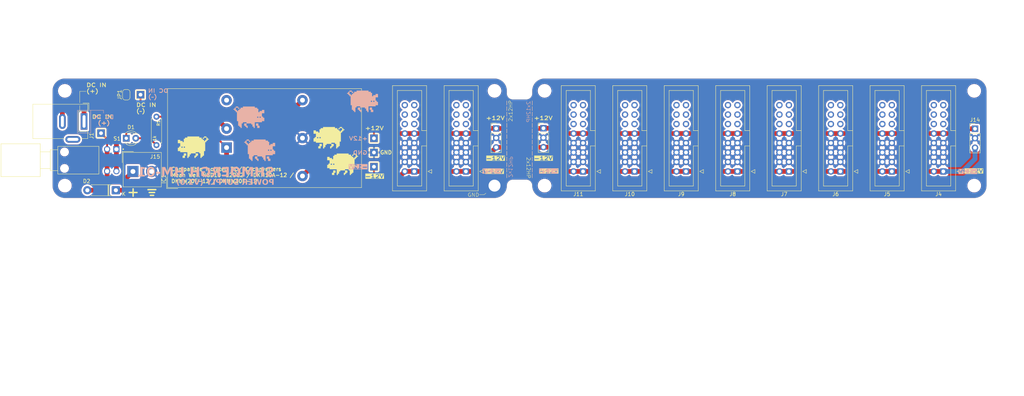
<source format=kicad_pcb>
(kicad_pcb (version 20241229) (generator "pcbnew") (generator_version "9.0")
  (layers (0 "F.Cu" signal) (2 "B.Cu" signal) (13 "F.Paste" user) (15 "B.Paste" user) (5 "F.SilkS" user "F.Silkscreen") (7 "B.SilkS" user "B.Silkscreen") (1 "F.Mask" user) (3 "B.Mask" user) (25 "Edge.Cuts" user))
  (net 0 "")
  (net 1 "DC_IN_-")
  (net 2 "Net-(D1-A)")
  (net 3 "GND")
  (net 4 "+12V")
  (net 5 "DC_IN_+")
  (net 7 "-12V")
  (net 9 "Net-(J1-Pad1)")
  (net 70 "Net-(D2-A)")
  (footprint "Converter_DCDC:Converter_DCDC_MeanWell_NSD10_THT" (layer "F.Cu") (at 73.58 98.5025 90)
    (property "Reference" "IC1" (at -8.46 -16.78 90) (layer "F.SilkS"))
    (property "Value" "ISOLATED_DC-DC_CONV")
    (pad "1" thru_hole rect (at 0 0 90) (size 2.8 2.8) (drill 1.3) (layers "*.Cu" "*.Mask") (net 5 "DC_IN_+"))
    (pad "2" thru_hole circle (at 5.08 0 90) (size 2.8 2.8) (drill 1.3) (layers "*.Cu" "*.Mask") (net 1 "DC_IN_-"))
    (pad "3" thru_hole circle (at -7.62 20.32 90) (size 2.8 2.8) (drill 1.3) (layers "*.Cu" "*.Mask") (net 4 "+12V"))
    (pad "4" thru_hole circle (at 2.54 20.32 90) (size 2.8 2.8) (drill 1.3) (layers "*.Cu" "*.Mask") (net 3 "GND"))
    (pad "5" thru_hole circle (at 12.7 20.32 90) (size 2.8 2.8) (drill 1.3) (layers "*.Cu" "*.Mask") (net 7 "-12V"))
    (pad "6" thru_hole circle (at 12.7 0 90) (size 2.8 2.8) (drill 1.3) (layers "*.Cu" "*.Mask"))
  )
  (footprint "MountingHole:MountingHole_3.2mm_M3_DIN965" (layer "F.Cu") (at 273.7 108.7)
    (property "Reference" "H6" (hide yes))
    (property "Value" "MountingHole")
    (pad "" np_thru_hole circle (at 0 0) (size 3.2 3.2) (drill 3.2) (layers "*.Cu" "*.Mask"))
  )
  (footprint "Connector_IDC:IDC-Header_2x08_P2.54mm_Vertical" (layer "F.Cu") (at 210.327143 104.89 180)
    (property "Reference" "J8" (at 1.27 -6.1 0) (layer "F.SilkS"))
    (property "Value" "Conn_02x08_Odd_Even")
    (pad "1" thru_hole roundrect (at 0 0 180) (size 1.7 1.7) (drill 1) (layers "*.Cu" "*.Mask") (roundrect_rratio 0.147059) (net 7 "-12V"))
    (pad "2" thru_hole circle (at 2.54 0 180) (size 1.7 1.7) (drill 1) (layers "*.Cu" "*.Mask") (net 7 "-12V"))
    (pad "3" thru_hole circle (at 0 2.54 180) (size 1.7 1.7) (drill 1) (layers "*.Cu" "*.Mask") (net 3 "GND"))
    (pad "4" thru_hole circle (at 2.54 2.54 180) (size 1.7 1.7) (drill 1) (layers "*.Cu" "*.Mask") (net 3 "GND"))
    (pad "5" thru_hole circle (at 0 5.08 180) (size 1.7 1.7) (drill 1) (layers "*.Cu" "*.Mask") (net 3 "GND"))
    (pad "6" thru_hole circle (at 2.54 5.08 180) (size 1.7 1.7) (drill 1) (layers "*.Cu" "*.Mask") (net 3 "GND"))
    (pad "7" thru_hole circle (at 0 7.62 180) (size 1.7 1.7) (drill 1) (layers "*.Cu" "*.Mask") (net 3 "GND"))
    (pad "8" thru_hole circle (at 2.54 7.62 180) (size 1.7 1.7) (drill 1) (layers "*.Cu" "*.Mask") (net 3 "GND"))
    (pad "9" thru_hole circle (at 0 10.16 180) (size 1.7 1.7) (drill 1) (layers "*.Cu" "*.Mask") (net 4 "+12V"))
    (pad "10" thru_hole circle (at 2.54 10.16 180) (size 1.7 1.7) (drill 1) (layers "*.Cu" "*.Mask") (net 4 "+12V"))
    (pad "11" thru_hole circle (at 0 12.7 180) (size 1.7 1.7) (drill 1) (layers "*.Cu" "*.Mask"))
    (pad "12" thru_hole circle (at 2.54 12.7 180) (size 1.7 1.7) (drill 1) (layers "*.Cu" "*.Mask"))
    (pad "13" thru_hole circle (at 0 15.24 180) (size 1.7 1.7) (drill 1) (layers "*.Cu" "*.Mask"))
    (pad "14" thru_hole circle (at 2.54 15.24 180) (size 1.7 1.7) (drill 1) (layers "*.Cu" "*.Mask"))
    (pad "15" thru_hole circle (at 0 17.78 180) (size 1.7 1.7) (drill 1) (layers "*.Cu" "*.Mask"))
    (pad "16" thru_hole circle (at 2.54 17.78 180) (size 1.7 1.7) (drill 1) (layers "*.Cu" "*.Mask"))
  )
  (footprint "Connector_PinHeader_2.54mm:PinHeader_1x03_P2.54mm_Vertical" (layer "F.Cu") (at 273.9136 93.46)
    (property "Reference" "J14" (at 0 -2.38 0) (layer "F.SilkS"))
    (property "Value" "Conn_01x03")
    (pad "1" thru_hole rect (at 0 0) (size 1.7 1.7) (drill 1) (layers "*.Cu" "*.Mask") (net 4 "+12V"))
    (pad "2" thru_hole circle (at 0 2.54) (size 1.7 1.7) (drill 1) (layers "*.Cu" "*.Mask") (net 3 "GND"))
    (pad "3" thru_hole circle (at 0 5.08) (size 1.7 1.7) (drill 1) (layers "*.Cu" "*.Mask") (net 7 "-12V"))
  )
  (footprint "Shmoergh_Custom_Footprints:R_Axial_DIN0207_L6.3mm_D2.5mm_P7.62mm_Horizontal" (layer "F.Cu") (at 54.8132 90.2208 -90)
    (property "Reference" "R1" (at 0.85 -0.55 90) (layer "F.SilkS") (effects (font (size 0.8 0.8)) (justify right)))
    (property "Value" "1k" (at 6.6 0.5 90) (layer "F.SilkS") (effects (font (size 0.8 0.8)) (justify left)))
    (pad "1" thru_hole circle (at 0 0 270) (size 1.6 1.6) (drill 0.8) (layers "*.Cu" "*.Mask") (net 5 "DC_IN_+"))
    (pad "2" thru_hole oval (at 7.62 0 270) (size 1.6 1.6) (drill 0.8) (layers "*.Cu" "*.Mask") (net 2 "Net-(D1-A)"))
  )
  (footprint "Shmoergh_Logo:Gyeszno" (layer "F.Cu") (at 64.6684 98.3996)
    (property "Reference" "G***" (hide yes))
    (property "Value" "LOGO" (hide yes))
  )
  (footprint "MountingHole:MountingHole_3.2mm_M3_DIN965" (layer "F.Cu") (at 273.7 83.3)
    (property "Reference" "H2" (hide yes))
    (property "Value" "MountingHole")
    (pad "" np_thru_hole circle (at 0 0) (size 3.2 3.2) (drill 3.2) (layers "*.Cu" "*.Mask"))
  )
  (footprint "MountingHole:MountingHole_3.2mm_M3_DIN965_Pad" (layer "F.Cu") (at 145.3 108.7)
    (property "Reference" "H9" (hide yes))
    (property "Value" "MountingHole_Pad")
    (pad "1" thru_hole circle (at 0 0) (size 5.6 5.6) (drill 3.2) (layers "*.Cu" "*.Mask") (net 3 "GND"))
  )
  (footprint "Connector_BarrelJack:BarrelJack_Wuerth_6941xx301002" (layer "F.Cu") (at 35.432 91.5 -90)
    (property "Reference" "J1" (at 3.8516 -2.0076 270) (layer "F.SilkS"))
    (property "Value" "Barrel_Jack_Switch")
    (pad "1" thru_hole rect (at 0 0 270) (size 4.4 1.8) (drill oval 3.4 0.8) (layers "*.Cu" "*.Mask") (net 9 "Net-(J1-Pad1)"))
    (pad "2" thru_hole oval (at 0 5.8 270) (size 4 1.8) (drill oval 3 0.8) (layers "*.Cu" "*.Mask") (net 1 "DC_IN_-"))
    (pad "3" thru_hole oval (at 4.8 3) (size 4 1.8) (drill oval 3 0.8) (layers "*.Cu" "*.Mask"))
  )
  (footprint "Connector_IDC:IDC-Header_2x08_P2.54mm_Vertical" (layer "F.Cu") (at 224.102857 104.89 180)
    (property "Reference" "J7" (at 1.27 -6.1 0) (layer "F.SilkS"))
    (property "Value" "Conn_02x08_Odd_Even")
    (pad "1" thru_hole roundrect (at 0 0 180) (size 1.7 1.7) (drill 1) (layers "*.Cu" "*.Mask") (roundrect_rratio 0.147059) (net 7 "-12V"))
    (pad "2" thru_hole circle (at 2.54 0 180) (size 1.7 1.7) (drill 1) (layers "*.Cu" "*.Mask") (net 7 "-12V"))
    (pad "3" thru_hole circle (at 0 2.54 180) (size 1.7 1.7) (drill 1) (layers "*.Cu" "*.Mask") (net 3 "GND"))
    (pad "4" thru_hole circle (at 2.54 2.54 180) (size 1.7 1.7) (drill 1) (layers "*.Cu" "*.Mask") (net 3 "GND"))
    (pad "5" thru_hole circle (at 0 5.08 180) (size 1.7 1.7) (drill 1) (layers "*.Cu" "*.Mask") (net 3 "GND"))
    (pad "6" thru_hole circle (at 2.54 5.08 180) (size 1.7 1.7) (drill 1) (layers "*.Cu" "*.Mask") (net 3 "GND"))
    (pad "7" thru_hole circle (at 0 7.62 180) (size 1.7 1.7) (drill 1) (layers "*.Cu" "*.Mask") (net 3 "GND"))
    (pad "8" thru_hole circle (at 2.54 7.62 180) (size 1.7 1.7) (drill 1) (layers "*.Cu" "*.Mask") (net 3 "GND"))
    (pad "9" thru_hole circle (at 0 10.16 180) (size 1.7 1.7) (drill 1) (layers "*.Cu" "*.Mask") (net 4 "+12V"))
    (pad "10" thru_hole circle (at 2.54 10.16 180) (size 1.7 1.7) (drill 1) (layers "*.Cu" "*.Mask") (net 4 "+12V"))
    (pad "11" thru_hole circle (at 0 12.7 180) (size 1.7 1.7) (drill 1) (layers "*.Cu" "*.Mask"))
    (pad "12" thru_hole circle (at 2.54 12.7 180) (size 1.7 1.7) (drill 1) (layers "*.Cu" "*.Mask"))
    (pad "13" thru_hole circle (at 0 15.24 180) (size 1.7 1.7) (drill 1) (layers "*.Cu" "*.Mask"))
    (pad "14" thru_hole circle (at 2.54 15.24 180) (size 1.7 1.7) (drill 1) (layers "*.Cu" "*.Mask"))
    (pad "15" thru_hole circle (at 0 17.78 180) (size 1.7 1.7) (drill 1) (layers "*.Cu" "*.Mask"))
    (pad "16" thru_hole circle (at 2.54 17.78 180) (size 1.7 1.7) (drill 1) (layers "*.Cu" "*.Mask"))
  )
  (footprint "LED_THT:LED_D3.0mm" (layer "F.Cu") (at 46.73 96)
    (property "Reference" "D1" (at 1.27 -2.96 0) (layer "F.SilkS"))
    (property "Value" "LED")
    (pad "1" thru_hole rect (at 0 0) (size 1.8 1.8) (drill 0.9) (layers "*.Cu" "*.Mask") (net 1 "DC_IN_-"))
    (pad "2" thru_hole circle (at 2.54 0) (size 1.8 1.8) (drill 0.9) (layers "*.Cu" "*.Mask") (net 2 "Net-(D1-A)"))
  )
  (footprint "Diode_THT:D_DO-41_SOD81_P7.62mm_Horizontal" (layer "F.Cu") (at 43.942 109.9312 180)
    (property "Reference" "D2" (at 7.8232 2.4384 0) (layer "F.SilkS"))
    (property "Value" "1N4001")
    (fp_text user "K" (at -2.1336 -1.016 0) (layer "F.SilkS"))
    (pad "1" thru_hole roundrect (at 0 0 180) (size 2.2 2.2) (drill 1.1) (layers "*.Cu" "*.Mask") (roundrect_rratio 0.113636) (net 5 "DC_IN_+"))
    (pad "2" thru_hole circle (at 7.62 0 180) (size 2.2 2.2) (drill 1.1) (layers "*.Cu" "*.Mask") (net 70 "Net-(D2-A)"))
  )
  (footprint "Shmoergh_Logo:Gyeszno" (layer "F.Cu") (at 100.9904 95.8596)
    (property "Reference" "G***" (hide yes))
    (property "Value" "LOGO" (hide yes))
  )
  (footprint "Connector_IDC:IDC-Header_2x08_P2.54mm_Vertical" (layer "F.Cu") (at 196.551429 104.89 180)
    (property "Reference" "J9" (at 1.27 -6.1 0) (layer "F.SilkS"))
    (property "Value" "Conn_02x08_Odd_Even")
    (pad "1" thru_hole roundrect (at 0 0 180) (size 1.7 1.7) (drill 1) (layers "*.Cu" "*.Mask") (roundrect_rratio 0.147059) (net 7 "-12V"))
    (pad "2" thru_hole circle (at 2.54 0 180) (size 1.7 1.7) (drill 1) (layers "*.Cu" "*.Mask") (net 7 "-12V"))
    (pad "3" thru_hole circle (at 0 2.54 180) (size 1.7 1.7) (drill 1) (layers "*.Cu" "*.Mask") (net 3 "GND"))
    (pad "4" thru_hole circle (at 2.54 2.54 180) (size 1.7 1.7) (drill 1) (layers "*.Cu" "*.Mask") (net 3 "GND"))
    (pad "5" thru_hole circle (at 0 5.08 180) (size 1.7 1.7) (drill 1) (layers "*.Cu" "*.Mask") (net 3 "GND"))
    (pad "6" thru_hole circle (at 2.54 5.08 180) (size 1.7 1.7) (drill 1) (layers "*.Cu" "*.Mask") (net 3 "GND"))
    (pad "7" thru_hole circle (at 0 7.62 180) (size 1.7 1.7) (drill 1) (layers "*.Cu" "*.Mask") (net 3 "GND"))
    (pad "8" thru_hole circle (at 2.54 7.62 180) (size 1.7 1.7) (drill 1) (layers "*.Cu" "*.Mask") (net 3 "GND"))
    (pad "9" thru_hole circle (at 0 10.16 180) (size 1.7 1.7) (drill 1) (layers "*.Cu" "*.Mask") (net 4 "+12V"))
    (pad "10" thru_hole circle (at 2.54 10.16 180) (size 1.7 1.7) (drill 1) (layers "*.Cu" "*.Mask") (net 4 "+12V"))
    (pad "11" thru_hole circle (at 0 12.7 180) (size 1.7 1.7) (drill 1) (layers "*.Cu" "*.Mask"))
    (pad "12" thru_hole circle (at 2.54 12.7 180) (size 1.7 1.7) (drill 1) (layers "*.Cu" "*.Mask"))
    (pad "13" thru_hole circle (at 0 15.24 180) (size 1.7 1.7) (drill 1) (layers "*.Cu" "*.Mask"))
    (pad "14" thru_hole circle (at 2.54 15.24 180) (size 1.7 1.7) (drill 1) (layers "*.Cu" "*.Mask"))
    (pad "15" thru_hole circle (at 0 17.78 180) (size 1.7 1.7) (drill 1) (layers "*.Cu" "*.Mask"))
    (pad "16" thru_hole circle (at 2.54 17.78 180) (size 1.7 1.7) (drill 1) (layers "*.Cu" "*.Mask"))
  )
  (footprint "TestPoint:TestPoint_THTPad_2.0x2.0mm_Drill1.0mm" (layer "F.Cu") (at 50.546 84.328)
    (property "Reference" "TP2" (hide yes))
    (property "Value" "TestPoint")
    (pad "1" thru_hole rect (at 0 0) (size 2 2) (drill 1) (layers "*.Cu" "*.Mask") (net 1 "DC_IN_-"))
  )
  (footprint "MountingHole:MountingHole_3.2mm_M3_DIN965" (layer "F.Cu") (at 145.3 83.3)
    (property "Reference" "H5" (hide yes))
    (property "Value" "MountingHole")
    (pad "" np_thru_hole circle (at 0 0) (size 3.2 3.2) (drill 3.2) (layers "*.Cu" "*.Mask"))
  )
  (footprint "TestPoint:TestPoint_THTPad_2.0x2.0mm_Drill1.0mm" (layer "F.Cu") (at 113.03 96.012)
    (property "Reference" "TP4" (hide yes))
    (property "Value" "TestPoint")
    (pad "1" thru_hole rect (at 0 0) (size 2 2) (drill 1) (layers "*.Cu" "*.Mask") (net 4 "+12V"))
  )
  (footprint "Connector_IDC:IDC-Header_2x08_P2.54mm_Vertical" (layer "F.Cu") (at 237.878571 104.89 180)
    (property "Reference" "J6" (at 1.27 -6.1 0) (layer "F.SilkS"))
    (property "Value" "Conn_02x08_Odd_Even")
    (pad "1" thru_hole roundrect (at 0 0 180) (size 1.7 1.7) (drill 1) (layers "*.Cu" "*.Mask") (roundrect_rratio 0.147059) (net 7 "-12V"))
    (pad "2" thru_hole circle (at 2.54 0 180) (size 1.7 1.7) (drill 1) (layers "*.Cu" "*.Mask") (net 7 "-12V"))
    (pad "3" thru_hole circle (at 0 2.54 180) (size 1.7 1.7) (drill 1) (layers "*.Cu" "*.Mask") (net 3 "GND"))
    (pad "4" thru_hole circle (at 2.54 2.54 180) (size 1.7 1.7) (drill 1) (layers "*.Cu" "*.Mask") (net 3 "GND"))
    (pad "5" thru_hole circle (at 0 5.08 180) (size 1.7 1.7) (drill 1) (layers "*.Cu" "*.Mask") (net 3 "GND"))
    (pad "6" thru_hole circle (at 2.54 5.08 180) (size 1.7 1.7) (drill 1) (layers "*.Cu" "*.Mask") (net 3 "GND"))
    (pad "7" thru_hole circle (at 0 7.62 180) (size 1.7 1.7) (drill 1) (layers "*.Cu" "*.Mask") (net 3 "GND"))
    (pad "8" thru_hole circle (at 2.54 7.62 180) (size 1.7 1.7) (drill 1) (layers "*.Cu" "*.Mask") (net 3 "GND"))
    (pad "9" thru_hole circle (at 0 10.16 180) (size 1.7 1.7) (drill 1) (layers "*.Cu" "*.Mask") (net 4 "+12V"))
    (pad "10" thru_hole circle (at 2.54 10.16 180) (size 1.7 1.7) (drill 1) (layers "*.Cu" "*.Mask") (net 4 "+12V"))
    (pad "11" thru_hole circle (at 0 12.7 180) (size 1.7 1.7) (drill 1) (layers "*.Cu" "*.Mask"))
    (pad "12" thru_hole circle (at 2.54 12.7 180) (size 1.7 1.7) (drill 1) (layers "*.Cu" "*.Mask"))
    (pad "13" thru_hole circle (at 0 15.24 180) (size 1.7 1.7) (drill 1) (layers "*.Cu" "*.Mask"))
    (pad "14" thru_hole circle (at 2.54 15.24 180) (size 1.7 1.7) (drill 1) (layers "*.Cu" "*.Mask"))
    (pad "15" thru_hole circle (at 0 17.78 180) (size 1.7 1.7) (drill 1) (layers "*.Cu" "*.Mask"))
    (pad "16" thru_hole circle (at 2.54 17.78 180) (size 1.7 1.7) (drill 1) (layers "*.Cu" "*.Mask"))
  )
  (footprint "Connector_IDC:IDC-Header_2x08_P2.54mm_Vertical" (layer "F.Cu") (at 169 104.89 180)
    (property "Reference" "J11" (at 1.27 -6.1 0) (layer "F.SilkS"))
    (property "Value" "Conn_02x08_Odd_Even")
    (pad "1" thru_hole roundrect (at 0 0 180) (size 1.7 1.7) (drill 1) (layers "*.Cu" "*.Mask") (roundrect_rratio 0.147059) (net 7 "-12V"))
    (pad "2" thru_hole circle (at 2.54 0 180) (size 1.7 1.7) (drill 1) (layers "*.Cu" "*.Mask") (net 7 "-12V"))
    (pad "3" thru_hole circle (at 0 2.54 180) (size 1.7 1.7) (drill 1) (layers "*.Cu" "*.Mask") (net 3 "GND"))
    (pad "4" thru_hole circle (at 2.54 2.54 180) (size 1.7 1.7) (drill 1) (layers "*.Cu" "*.Mask") (net 3 "GND"))
    (pad "5" thru_hole circle (at 0 5.08 180) (size 1.7 1.7) (drill 1) (layers "*.Cu" "*.Mask") (net 3 "GND"))
    (pad "6" thru_hole circle (at 2.54 5.08 180) (size 1.7 1.7) (drill 1) (layers "*.Cu" "*.Mask") (net 3 "GND"))
    (pad "7" thru_hole circle (at 0 7.62 180) (size 1.7 1.7) (drill 1) (layers "*.Cu" "*.Mask") (net 3 "GND"))
    (pad "8" thru_hole circle (at 2.54 7.62 180) (size 1.7 1.7) (drill 1) (layers "*.Cu" "*.Mask") (net 3 "GND"))
    (pad "9" thru_hole circle (at 0 10.16 180) (size 1.7 1.7) (drill 1) (layers "*.Cu" "*.Mask") (net 4 "+12V"))
    (pad "10" thru_hole circle (at 2.54 10.16 180) (size 1.7 1.7) (drill 1) (layers "*.Cu" "*.Mask") (net 4 "+12V"))
    (pad "11" thru_hole circle (at 0 12.7 180) (size 1.7 1.7) (drill 1) (layers "*.Cu" "*.Mask"))
    (pad "12" thru_hole circle (at 2.54 12.7 180) (size 1.7 1.7) (drill 1) (layers "*.Cu" "*.Mask"))
    (pad "13" thru_hole circle (at 0 15.24 180) (size 1.7 1.7) (drill 1) (layers "*.Cu" "*.Mask"))
    (pad "14" thru_hole circle (at 2.54 15.24 180) (size 1.7 1.7) (drill 1) (layers "*.Cu" "*.Mask"))
    (pad "15" thru_hole circle (at 0 17.78 180) (size 1.7 1.7) (drill 1) (layers "*.Cu" "*.Mask"))
    (pad "16" thru_hole circle (at 2.54 17.78 180) (size 1.7 1.7) (drill 1) (layers "*.Cu" "*.Mask"))
  )
  (footprint "Connector_IDC:IDC-Header_2x08_P2.54mm_Vertical" (layer "F.Cu") (at 182.775714 104.89 180)
    (property "Reference" "J10" (at 1.27 -6.1 0) (layer "F.SilkS"))
    (property "Value" "Conn_02x08_Odd_Even")
    (pad "1" thru_hole roundrect (at 0 0 180) (size 1.7 1.7) (drill 1) (layers "*.Cu" "*.Mask") (roundrect_rratio 0.147059) (net 7 "-12V"))
    (pad "2" thru_hole circle (at 2.54 0 180) (size 1.7 1.7) (drill 1) (layers "*.Cu" "*.Mask") (net 7 "-12V"))
    (pad "3" thru_hole circle (at 0 2.54 180) (size 1.7 1.7) (drill 1) (layers "*.Cu" "*.Mask") (net 3 "GND"))
    (pad "4" thru_hole circle (at 2.54 2.54 180) (size 1.7 1.7) (drill 1) (layers "*.Cu" "*.Mask") (net 3 "GND"))
    (pad "5" thru_hole circle (at 0 5.08 180) (size 1.7 1.7) (drill 1) (layers "*.Cu" "*.Mask") (net 3 "GND"))
    (pad "6" thru_hole circle (at 2.54 5.08 180) (size 1.7 1.7) (drill 1) (layers "*.Cu" "*.Mask") (net 3 "GND"))
    (pad "7" thru_hole circle (at 0 7.62 180) (size 1.7 1.7) (drill 1) (layers "*.Cu" "*.Mask") (net 3 "GND"))
    (pad "8" thru_hole circle (at 2.54 7.62 180) (size 1.7 1.7) (drill 1) (layers "*.Cu" "*.Mask") (net 3 "GND"))
    (pad "9" thru_hole circle (at 0 10.16 180) (size 1.7 1.7) (drill 1) (layers "*.Cu" "*.Mask") (net 4 "+12V"))
    (pad "10" thru_hole circle (at 2.54 10.16 180) (size 1.7 1.7) (drill 1) (layers "*.Cu" "*.Mask") (net 4 "+12V"))
    (pad "11" thru_hole circle (at 0 12.7 180) (size 1.7 1.7) (drill 1) (layers "*.Cu" "*.Mask"))
    (pad "12" thru_hole circle (at 2.54 12.7 180) (size 1.7 1.7) (drill 1) (layers "*.Cu" "*.Mask"))
    (pad "13" thru_hole circle (at 0 15.24 180) (size 1.7 1.7) (drill 1) (layers "*.Cu" "*.Mask"))
    (pad "14" thru_hole circle (at 2.54 15.24 180) (size 1.7 1.7) (drill 1) (layers "*.Cu" "*.Mask"))
    (pad "15" thru_hole circle (at 0 17.78 180) (size 1.7 1.7) (drill 1) (layers "*.Cu" "*.Mask"))
    (pad "16" thru_hole circle (at 2.54 17.78 180) (size 1.7 1.7) (drill 1) (layers "*.Cu" "*.Mask"))
  )
  (footprint "Connector_PinHeader_2.54mm:PinHeader_1x03_P2.54mm_Vertical" (layer "F.Cu") (at 145.7452 93.3704)
    (property "Reference" "J12" (hide yes))
    (property "Value" "Conn_01x03")
    (pad "1" thru_hole rect (at 0 0) (size 1.7 1.7) (drill 1) (layers "*.Cu" "*.Mask") (net 4 "+12V"))
    (pad "2" thru_hole circle (at 0 2.54) (size 1.7 1.7) (drill 1) (layers "*.Cu" "*.Mask") (net 3 "GND"))
    (pad "3" thru_hole circle (at 0 5.08) (size 1.7 1.7) (drill 1) (layers "*.Cu" "*.Mask") (net 7 "-12V"))
  )
  (footprint "MountingHole:MountingHole_3.2mm_M3_DIN965" (layer "F.Cu") (at 30.3 108.7)
    (property "Reference" "H4" (hide yes))
    (property "Value" "MountingHole")
    (pad "" np_thru_hole circle (at 0 0) (size 3.2 3.2) (drill 3.2) (layers "*.Cu" "*.Mask"))
  )
  (footprint "TerminalBlock_Altech:Altech_AK100_1x02_P5.00mm" (layer "F.Cu") (at 48.5149 104.9057)
    (property "Reference" "J15" (at 5.9427 -3.9661 0) (layer "F.SilkS"))
    (property "Value" "Screw_Terminal_01x02")
    (pad "1" thru_hole rect (at 0 0) (size 3 3) (drill 1.3) (layers "*.Cu" "*.Mask") (net 70 "Net-(D2-A)"))
    (pad "2" thru_hole circle (at 5 0) (size 3 3) (drill 1.3) (layers "*.Cu" "*.Mask") (net 3 "GND"))
  )
  (footprint "Connector_IDC:IDC-Header_2x08_P2.54mm_Vertical" (layer "F.Cu") (at 265.43 104.89 180)
    (property "Reference" "J4" (at 1.27 -6.1 0) (layer "F.SilkS"))
    (property "Value" "Conn_02x08_Odd_Even")
    (pad "1" thru_hole roundrect (at 0 0 180) (size 1.7 1.7) (drill 1) (layers "*.Cu" "*.Mask") (roundrect_rratio 0.147059) (net 7 "-12V"))
    (pad "2" thru_hole circle (at 2.54 0 180) (size 1.7 1.7) (drill 1) (layers "*.Cu" "*.Mask") (net 7 "-12V"))
    (pad "3" thru_hole circle (at 0 2.54 180) (size 1.7 1.7) (drill 1) (layers "*.Cu" "*.Mask") (net 3 "GND"))
    (pad "4" thru_hole circle (at 2.54 2.54 180) (size 1.7 1.7) (drill 1) (layers "*.Cu" "*.Mask") (net 3 "GND"))
    (pad "5" thru_hole circle (at 0 5.08 180) (size 1.7 1.7) (drill 1) (layers "*.Cu" "*.Mask") (net 3 "GND"))
    (pad "6" thru_hole circle (at 2.54 5.08 180) (size 1.7 1.7) (drill 1) (layers "*.Cu" "*.Mask") (net 3 "GND"))
    (pad "7" thru_hole circle (at 0 7.62 180) (size 1.7 1.7) (drill 1) (layers "*.Cu" "*.Mask") (net 3 "GND"))
    (pad "8" thru_hole circle (at 2.54 7.62 180) (size 1.7 1.7) (drill 1) (layers "*.Cu" "*.Mask") (net 3 "GND"))
    (pad "9" thru_hole circle (at 0 10.16 180) (size 1.7 1.7) (drill 1) (layers "*.Cu" "*.Mask") (net 4 "+12V"))
    (pad "10" thru_hole circle (at 2.54 10.16 180) (size 1.7 1.7) (drill 1) (layers "*.Cu" "*.Mask") (net 4 "+12V"))
    (pad "11" thru_hole circle (at 0 12.7 180) (size 1.7 1.7) (drill 1) (layers "*.Cu" "*.Mask"))
    (pad "12" thru_hole circle (at 2.54 12.7 180) (size 1.7 1.7) (drill 1) (layers "*.Cu" "*.Mask"))
    (pad "13" thru_hole circle (at 0 15.24 180) (size 1.7 1.7) (drill 1) (layers "*.Cu" "*.Mask"))
    (pad "14" thru_hole circle (at 2.54 15.24 180) (size 1.7 1.7) (drill 1) (layers "*.Cu" "*.Mask"))
    (pad "15" thru_hole circle (at 0 17.78 180) (size 1.7 1.7) (drill 1) (layers "*.Cu" "*.Mask"))
    (pad "16" thru_hole circle (at 2.54 17.78 180) (size 1.7 1.7) (drill 1) (layers "*.Cu" "*.Mask"))
  )
  (footprint "Connector_IDC:IDC-Header_2x08_P2.54mm_Vertical" (layer "F.Cu") (at 137.641 104.89 180)
    (property "Reference" "J2" (hide yes))
    (property "Value" "Conn_02x08_Odd_Even")
    (pad "1" thru_hole roundrect (at 0 0 180) (size 1.7 1.7) (drill 1) (layers "*.Cu" "*.Mask") (roundrect_rratio 0.147059) (net 7 "-12V"))
    (pad "2" thru_hole circle (at 2.54 0 180) (size 1.7 1.7) (drill 1) (layers "*.Cu" "*.Mask") (net 7 "-12V"))
    (pad "3" thru_hole circle (at 0 2.54 180) (size 1.7 1.7) (drill 1) (layers "*.Cu" "*.Mask") (net 3 "GND"))
    (pad "4" thru_hole circle (at 2.54 2.54 180) (size 1.7 1.7) (drill 1) (layers "*.Cu" "*.Mask") (net 3 "GND"))
    (pad "5" thru_hole circle (at 0 5.08 180) (size 1.7 1.7) (drill 1) (layers "*.Cu" "*.Mask") (net 3 "GND"))
    (pad "6" thru_hole circle (at 2.54 5.08 180) (size 1.7 1.7) (drill 1) (layers "*.Cu" "*.Mask") (net 3 "GND"))
    (pad "7" thru_hole circle (at 0 7.62 180) (size 1.7 1.7) (drill 1) (layers "*.Cu" "*.Mask") (net 3 "GND"))
    (pad "8" thru_hole circle (at 2.54 7.62 180) (size 1.7 1.7) (drill 1) (layers "*.Cu" "*.Mask") (net 3 "GND"))
    (pad "9" thru_hole circle (at 0 10.16 180) (size 1.7 1.7) (drill 1) (layers "*.Cu" "*.Mask") (net 4 "+12V"))
    (pad "10" thru_hole circle (at 2.54 10.16 180) (size 1.7 1.7) (drill 1) (layers "*.Cu" "*.Mask") (net 4 "+12V"))
    (pad "11" thru_hole circle (at 0 12.7 180) (size 1.7 1.7) (drill 1) (layers "*.Cu" "*.Mask"))
    (pad "12" thru_hole circle (at 2.54 12.7 180) (size 1.7 1.7) (drill 1) (layers "*.Cu" "*.Mask"))
    (pad "13" thru_hole circle (at 0 15.24 180) (size 1.7 1.7) (drill 1) (layers "*.Cu" "*.Mask"))
    (pad "14" thru_hole circle (at 2.54 15.24 180) (size 1.7 1.7) (drill 1) (layers "*.Cu" "*.Mask"))
    (pad "15" thru_hole circle (at 0 17.78 180) (size 1.7 1.7) (drill 1) (layers "*.Cu" "*.Mask"))
    (pad "16" thru_hole circle (at 2.54 17.78 180) (size 1.7 1.7) (drill 1) (layers "*.Cu" "*.Mask"))
  )
  (footprint "TestPoint:TestPoint_THTPad_2.0x2.0mm_Drill1.0mm" (layer "F.Cu") (at 113.03 103.632)
    (property "Reference" "TP5" (hide yes))
    (property "Value" "TestPoint")
    (pad "1" thru_hole rect (at 0 0) (size 2 2) (drill 1) (layers "*.Cu" "*.Mask") (net 7 "-12V"))
  )
  (footprint "Shmoergh_Custom_Footprints:SW_PB400EEQR1BLK" (layer "F.Cu") (at 42.85 101.883 180)
    (property "Reference" "S1" (at -1.3968 5.7694 180) (layer "F.SilkS"))
    (property "Value" "PB400EEQR1BLK")
    (pad "" np_thru_hole circle (at 12.65 -2.2 180) (size 1.9 1.9) (drill 1.9) (layers "*.Cu" "*.Mask"))
    (pad "" np_thru_hole circle (at 12.65 2.2 180) (size 1.9 1.9) (drill 1.9) (layers "*.Cu" "*.Mask"))
    (pad "1" thru_hole rect (at -1.25 2.95 180) (size 1.65 1.65) (drill 1.1) (layers "*.Cu" "*.Mask") (net 9 "Net-(J1-Pad1)"))
    (pad "2" thru_hole circle (at 1.25 2.95 180) (size 1.65 1.65) (drill 1.1) (layers "*.Cu" "*.Mask") (net 70 "Net-(D2-A)"))
    (pad "3" thru_hole circle (at -1.25 -2.95 180) (size 1.65 1.65) (drill 1.1) (layers "*.Cu" "*.Mask") (net 9 "Net-(J1-Pad1)"))
    (pad "4" thru_hole circle (at 1.25 -2.95 180) (size 1.65 1.65) (drill 1.1) (layers "*.Cu" "*.Mask") (net 70 "Net-(D2-A)"))
  )
  (footprint "MountingHole:MountingHole_3.2mm_M3_DIN965" (layer "F.Cu") (at 158.7 108.7)
    (property "Reference" "H3" (hide yes))
    (property "Value" "MountingHole")
    (pad "" np_thru_hole circle (at 0 0) (size 3.2 3.2) (drill 3.2) (layers "*.Cu" "*.Mask"))
  )
  (footprint "Connector_IDC:IDC-Header_2x08_P2.54mm_Vertical" (layer "F.Cu") (at 251.654286 104.89 180)
    (property "Reference" "J5" (at 1.27 -6.1 0) (layer "F.SilkS"))
    (property "Value" "Conn_02x08_Odd_Even")
    (pad "1" thru_hole roundrect (at 0 0 180) (size 1.7 1.7) (drill 1) (layers "*.Cu" "*.Mask") (roundrect_rratio 0.147059) (net 7 "-12V"))
    (pad "2" thru_hole circle (at 2.54 0 180) (size 1.7 1.7) (drill 1) (layers "*.Cu" "*.Mask") (net 7 "-12V"))
    (pad "3" thru_hole circle (at 0 2.54 180) (size 1.7 1.7) (drill 1) (layers "*.Cu" "*.Mask") (net 3 "GND"))
    (pad "4" thru_hole circle (at 2.54 2.54 180) (size 1.7 1.7) (drill 1) (layers "*.Cu" "*.Mask") (net 3 "GND"))
    (pad "5" thru_hole circle (at 0 5.08 180) (size 1.7 1.7) (drill 1) (layers "*.Cu" "*.Mask") (net 3 "GND"))
    (pad "6" thru_hole circle (at 2.54 5.08 180) (size 1.7 1.7) (drill 1) (layers "*.Cu" "*.Mask") (net 3 "GND"))
    (pad "7" thru_hole circle (at 0 7.62 180) (size 1.7 1.7) (drill 1) (layers "*.Cu" "*.Mask") (net 3 "GND"))
    (pad "8" thru_hole circle (at 2.54 7.62 180) (size 1.7 1.7) (drill 1) (layers "*.Cu" "*.Mask") (net 3 "GND"))
    (pad "9" thru_hole circle (at 0 10.16 180) (size 1.7 1.7) (drill 1) (layers "*.Cu" "*.Mask") (net 4 "+12V"))
    (pad "10" thru_hole circle (at 2.54 10.16 180) (size 1.7 1.7) (drill 1) (layers "*.Cu" "*.Mask") (net 4 "+12V"))
    (pad "11" thru_hole circle (at 0 12.7 180) (size 1.7 1.7) (drill 1) (layers "*.Cu" "*.Mask"))
    (pad "12" thru_hole circle (at 2.54 12.7 180) (size 1.7 1.7) (drill 1) (layers "*.Cu" "*.Mask"))
    (pad "13" thru_hole circle (at 0 15.24 180) (size 1.7 1.7) (drill 1) (layers "*.Cu" "*.Mask"))
    (pad "14" thru_hole circle (at 2.54 15.24 180) (size 1.7 1.7) (drill 1) (layers "*.Cu" "*.Mask"))
    (pad "15" thru_hole circle (at 0 17.78 180) (size 1.7 1.7) (drill 1) (layers "*.Cu" "*.Mask"))
    (pad "16" thru_hole circle (at 2.54 17.78 180) (size 1.7 1.7) (drill 1) (layers "*.Cu" "*.Mask"))
  )
  (footprint "Connector_PinHeader_2.54mm:PinHeader_1x03_P2.54mm_Vertical" (layer "F.Cu") (at 158.3944 93.3196)
    (property "Reference" "J13" (hide yes))
    (property "Value" "Conn_01x03")
    (pad "1" thru_hole rect (at 0 0) (size 1.7 1.7) (drill 1) (layers "*.Cu" "*.Mask") (net 4 "+12V"))
    (pad "2" thru_hole circle (at 0 2.54) (size 1.7 1.7) (drill 1) (layers "*.Cu" "*.Mask") (net 3 "GND"))
    (pad "3" thru_hole circle (at 0 5.08) (size 1.7 1.7) (drill 1) (layers "*.Cu" "*.Mask") (net 7 "-12V"))
  )
  (footprint "Connector_IDC:IDC-Header_2x08_P2.54mm_Vertical" (layer "F.Cu") (at 123.825 104.89 180)
    (property "Reference" "J3" (hide yes))
    (property "Value" "Conn_02x08_Odd_Even")
    (pad "1" thru_hole roundrect (at 0 0 180) (size 1.7 1.7) (drill 1) (layers "*.Cu" "*.Mask") (roundrect_rratio 0.147059) (net 7 "-12V"))
    (pad "2" thru_hole circle (at 2.54 0 180) (size 1.7 1.7) (drill 1) (layers "*.Cu" "*.Mask") (net 7 "-12V"))
    (pad "3" thru_hole circle (at 0 2.54 180) (size 1.7 1.7) (drill 1) (layers "*.Cu" "*.Mask") (net 3 "GND"))
    (pad "4" thru_hole circle (at 2.54 2.54 180) (size 1.7 1.7) (drill 1) (layers "*.Cu" "*.Mask") (net 3 "GND"))
    (pad "5" thru_hole circle (at 0 5.08 180) (size 1.7 1.7) (drill 1) (layers "*.Cu" "*.Mask") (net 3 "GND"))
    (pad "6" thru_hole circle (at 2.54 5.08 180) (size 1.7 1.7) (drill 1) (layers "*.Cu" "*.Mask") (net 3 "GND"))
    (pad "7" thru_hole circle (at 0 7.62 180) (size 1.7 1.7) (drill 1) (layers "*.Cu" "*.Mask") (net 3 "GND"))
    (pad "8" thru_hole circle (at 2.54 7.62 180) (size 1.7 1.7) (drill 1) (layers "*.Cu" "*.Mask") (net 3 "GND"))
    (pad "9" thru_hole circle (at 0 10.16 180) (size 1.7 1.7) (drill 1) (layers "*.Cu" "*.Mask") (net 4 "+12V"))
    (pad "10" thru_hole circle (at 2.54 10.16 180) (size 1.7 1.7) (drill 1) (layers "*.Cu" "*.Mask") (net 4 "+12V"))
    (pad "11" thru_hole circle (at 0 12.7 180) (size 1.7 1.7) (drill 1) (layers "*.Cu" "*.Mask"))
    (pad "12" thru_hole circle (at 2.54 12.7 180) (size 1.7 1.7) (drill 1) (layers "*.Cu" "*.Mask"))
    (pad "13" thru_hole circle (at 0 15.24 180) (size 1.7 1.7) (drill 1) (layers "*.Cu" "*.Mask"))
    (pad "14" thru_hole circle (at 2.54 15.24 180) (size 1.7 1.7) (drill 1) (layers "*.Cu" "*.Mask"))
    (pad "15" thru_hole circle (at 0 17.78 180) (size 1.7 1.7) (drill 1) (layers "*.Cu" "*.Mask"))
    (pad "16" thru_hole circle (at 2.54 17.78 180) (size 1.7 1.7) (drill 1) (layers "*.Cu" "*.Mask"))
  )
  (footprint "Shmoergh_Logo:Gyeszno" (layer "F.Cu") (at 104.648 102.9716)
    (property "Reference" "G***" (hide yes))
    (property "Value" "LOGO" (hide yes))
  )
  (footprint "Jumper:SolderJumper-2_P1.3mm_Bridged2Bar_RoundedPad1.0x1.5mm" (layer "F.Cu") (at 46.736 84.343 90)
    (property "Reference" "JP1" (at 0 -1.8 90) (layer "F.SilkS"))
    (property "Value" "Jumper_2_Open")
    (fp_poly (pts (xy -0.25 -0.6) (xy 0.25 -0.6) (xy 0.25 -0.2) (xy -0.25 -0.2)) (fill yes) (layer "F.Cu"))
    (fp_poly (pts (xy -0.25 0.2) (xy 0.25 0.2) (xy 0.25 0.6) (xy -0.25 0.6)) (fill yes) (layer "F.Cu"))
    (pad "1" smd custom (at -0.65 0 90) (size 1 0.5) (layers "F.Cu" "F.Mask") (net 1 "DC_IN_-") (options (clearance outline) (anchor rect)) (primitives (gr_circle (center 0 0.25) (end 0.5 0.25) (width 0) (fill yes)) (gr_circle (center 0 -0.25) (end 0.5 -0.25) (width 0) (fill yes)) (gr_poly (pts (xy 0.5 0.75) (xy 0 0.75) (xy 0 -0.75) (xy 0.5 -0.75)) (width 0) (fill yes))))
    (pad "2" smd custom (at 0.65 0 90) (size 1 0.5) (layers "F.Cu" "F.Mask") (net 3 "GND") (options (clearance outline) (anchor rect)) (primitives (gr_circle (center 0 0.25) (end 0.5 0.25) (width 0) (fill yes)) (gr_circle (center 0 -0.25) (end 0.5 -0.25) (width 0) (fill yes)) (gr_poly (pts (xy 0 0.75) (xy -0.5 0.75) (xy -0.5 -0.75) (xy 0 -0.75)) (width 0) (fill yes))))
  )
  (footprint "MountingHole:MountingHole_3.2mm_M3_DIN965" (layer "F.Cu") (at 30.3 83.3)
    (property "Reference" "H1" (hide yes))
    (property "Value" "MountingHole")
    (pad "" np_thru_hole circle (at 0 0) (size 3.2 3.2) (drill 3.2) (layers "*.Cu" "*.Mask"))
  )
  (footprint "TestPoint:TestPoint_THTPad_2.0x2.0mm_Drill1.0mm" (layer "F.Cu") (at 39.9796 94.6404)
    (property "Reference" "TP1" (hide yes))
    (property "Value" "TestPoint")
    (pad "1" thru_hole rect (at 0 0) (size 2 2) (drill 1) (layers "*.Cu" "*.Mask") (net 70 "Net-(D2-A)"))
  )
  (footprint "TestPoint:TestPoint_THTPad_2.0x2.0mm_Drill1.0mm" (layer "F.Cu") (at 113.03 99.822)
    (property "Reference" "TP3" (hide yes))
    (property "Value" "TestPoint")
    (pad "1" thru_hole rect (at 0 0) (size 2 2) (drill 1) (layers "*.Cu" "*.Mask") (net 3 "GND"))
  )
  (footprint "MountingHole:MountingHole_3.2mm_M3_DIN965" (layer "F.Cu") (at 158.7 83.3)
    (property "Reference" "H7" (hide yes))
    (property "Value" "MountingHole")
    (pad "" np_thru_hole circle (at 0 0) (size 3.2 3.2) (drill 3.2) (layers "*.Cu" "*.Mask"))
  )
  (footprint "Shmoergh_Logo:Gyeszno" (layer "B.Cu") (at 82.4484 99.2124 180)
    (property "Reference" "G***" (hide yes))
    (property "Value" "LOGO" (hide yes))
  )
  (footprint "Shmoergh_Logo:Gyeszno" (layer "B.Cu") (at 109.982 86.106 180)
    (property "Reference" "G***" (hide yes))
    (property "Value" "LOGO" (hide yes))
  )
  (footprint "Shmoergh_Logo:Gyeszno" (layer "B.Cu") (at 79.5528 90.3732 180)
    (property "Reference" "G***" (hide yes))
    (property "Value" "LOGO" (hide yes))
  )
  (gr_line (start 33.909 94.234) (end 36.068 94.234) (stroke (width 0.1)) (layer "F.SilkS"))
  (gr_line (start 155.4 86) (end 155.4 106.8) (stroke (width 0.1) (type dash)) (layer "F.SilkS"))
  (gr_line (start 52.8828 110.5408) (end 54.3052 110.5408) (stroke (width 0.4)) (layer "F.SilkS"))
  (gr_line (start 47.5234 110.5408) (end 49.6062 110.5408) (stroke (width 0.4)) (layer "F.SilkS"))
  (gr_line (start 33.909 88.773) (end 33.909 94.234) (stroke (width 0.1)) (layer "F.SilkS"))
  (gr_line (start 142.494 111.125) (end 141.224 111.125) (stroke (width 0.1)) (layer "F.SilkS"))
  (gr_line (start 142.494 111.125) (end 143.002 110.744) (stroke (width 0.1)) (layer "F.SilkS"))
  (gr_line (start 34.29 83.439) (end 35.941 83.439) (stroke (width 0.1)) (layer "F.SilkS"))
  (gr_line (start 52.5526 109.7788) (end 54.6354 109.7788) (stroke (width 0.4)) (layer "F.SilkS"))
  (gr_line (start 53.1876 111.3028) (end 54.0512 111.3028) (stroke (width 0.4)) (layer "F.SilkS"))
  (gr_line (start 36.068 88.773) (end 33.909 88.773) (stroke (width 0.1)) (layer "F.SilkS"))
  (gr_line (start 34.29 86.487) (end 34.29 83.439) (stroke (width 0.1)) (layer "F.SilkS"))
  (gr_line (start 48.5648 109.56925) (end 48.5648 111.51235) (stroke (width 0.4)) (layer "F.SilkS"))
  (gr_line (start 148.6 86) (end 148.6 106.8) (stroke (width 0.1) (type dash)) (layer "F.SilkS"))
  (gr_line (start 34.29 88.773) (end 34.29 87.249) (stroke (width 0.1)) (layer "F.SilkS"))
  (gr_line (start 37.211 88.519) (end 40.64 88.519) (stroke (width 0.1)) (layer "B.SilkS"))
  (gr_line (start 155.4 86) (end 155.4 106.8) (stroke (width 0.1) (type dash)) (layer "B.SilkS"))
  (gr_line (start 148.6 86) (end 148.6 106.8) (stroke (width 0.1) (type dash)) (layer "B.SilkS"))
  (gr_line (start 40.64 88.519) (end 40.64 89.281) (stroke (width 0.1)) (layer "B.SilkS"))
  (gr_rect (start 33.655 88.519) (end 37.211 94.615) (stroke (width 0.1)) (fill no) (layer "B.SilkS"))
  (gr_arc (start 27 83.3) (mid 27.966548 80.966548) (end 30.3 80) (stroke (width 0.05)) (layer "Edge.Cuts"))
  (gr_arc (start 148.6 108.7) (mid 147.633452 111.033452) (end 145.3 112) (stroke (width 0.05)) (layer "Edge.Cuts"))
  (gr_line (start 145.3 112) (end 30.3 112) (stroke (width 0.05)) (layer "Edge.Cuts"))
  (gr_line (start 158.7 80) (end 273.7 80) (stroke (width 0.05)) (layer "Edge.Cuts"))
  (gr_arc (start 148.6 108.7) (mid 149.068629 107.568629) (end 150.2 107.1) (stroke (width 0.05)) (layer "Edge.Cuts"))
  (gr_arc (start 273.7 80) (mid 276.033452 80.966548) (end 277 83.3) (stroke (width 0.05)) (layer "Edge.Cuts"))
  (gr_arc (start 153.8 107.1) (mid 154.931371 107.568629) (end 155.4 108.7) (stroke (width 0.05)) (layer "Edge.Cuts"))
  (gr_line (start 277 83.3) (end 277 108.7) (stroke (width 0.05)) (layer "Edge.Cuts"))
  (gr_arc (start 145.3 80) (mid 147.633452 80.966548) (end 148.6 83.3) (stroke (width 0.05)) (layer "Edge.Cuts"))
  (gr_line (start 155.4 84) (end 155.4 83.3) (stroke (width 0.05)) (layer "Edge.Cuts"))
  (gr_line (start 145.3 80) (end 30.3 80) (stroke (width 0.05)) (layer "Edge.Cuts"))
  (gr_line (start 150.2 85.6) (end 153.8 85.6) (stroke (width 0.05)) (layer "Edge.Cuts"))
  (gr_arc (start 158.7 112) (mid 156.366548 111.033452) (end 155.4 108.7) (stroke (width 0.05)) (layer "Edge.Cuts"))
  (gr_line (start 150.2 107.1) (end 153.8 107.1) (stroke (width 0.05)) (layer "Edge.Cuts"))
  (gr_arc (start 150.2 85.6) (mid 149.068629 85.131371) (end 148.6 84) (stroke (width 0.05)) (layer "Edge.Cuts"))
  (gr_arc (start 155.4 84) (mid 154.931371 85.131371) (end 153.8 85.6) (stroke (width 0.05)) (layer "Edge.Cuts"))
  (gr_arc (start 30.3 112) (mid 27.966548 111.033452) (end 27 108.7) (stroke (width 0.05)) (layer "Edge.Cuts"))
  (gr_arc (start 155.4 83.3) (mid 156.366548 80.966548) (end 158.7 80) (stroke (width 0.05)) (layer "Edge.Cuts"))
  (gr_arc (start 277 108.7) (mid 276.033452 111.033452) (end 273.7 112) (stroke (width 0.05)) (layer "Edge.Cuts"))
  (gr_line (start 27 108.7) (end 27 83.3) (stroke (width 0.05)) (layer "Edge.Cuts"))
  (gr_line (start 158.7 112) (end 273.7 112) (stroke (width 0.05)) (layer "Edge.Cuts"))
  (gr_line (start 148.6 84) (end 148.6 83.3) (stroke (width 0.05)) (layer "Edge.Cuts"))
  (gr_text "+12V" (at 110.5 93.9 0) (layer "F.SilkS") (effects (font (size 1 1.25) (thickness 0.2) (bold yes)) (justify left bottom)))
  (gr_text "-12V" (at 110.5 106.8 0) (layer "F.SilkS" knockout) (effects (font (size 1 1.25) (thickness 0.2) (bold yes)) (justify left bottom)))
  (gr_text "DC IN \n(+)" (at 40.7416 92.456 0) (layer "F.SilkS") (effects (font (size 1 1.25) (thickness 0.2) (bold yes)) (justify bottom)))
  (gr_text "GND" (at 138.049 111.76 0) (layer "F.SilkS") (effects (font (size 1 1) (thickness 0.1)) (justify left bottom)))
  (gr_text "DC IN \n(+)" (at 35.941 83.947 0) (layer "F.SilkS") (effects (font (size 1 1.25) (thickness 0.2) (bold yes)) (justify left bottom)))
  (gr_text "2x12HP" (at 150.2 91.6 90) (layer "F.SilkS") (effects (font (size 1 1) (thickness 0.1)) (justify left bottom)))
  (gr_text "DC IN \n(–)" (at 49.276 89.281 0) (layer "F.SilkS") (effects (font (size 1 1.25) (thickness 0.2) (bold yes)) (justify left bottom)))
  (gr_text "2x12HP" (at 153.8 101 270) (layer "F.SilkS") (effects (font (size 1 1) (thickness 0.1)) (justify left bottom)))
  (gr_text "-12V" (at 142.6 105.5 0) (layer "F.SilkS" knockout) (effects (font (size 1 1.25) (thickness 0.2) (bold yes)) (justify left bottom)))
  (gr_text "-12V" (at 270.9 105.39 0) (layer "F.SilkS" knockout) (effects (font (size 1 1.25) (thickness 0.2) (bold yes)) (justify left bottom)))
  (gr_text "+12V" (at 155.702 91.186 0) (layer "F.SilkS") (effects (font (size 1 1.25) (thickness 0.2) (bold yes)) (justify left bottom)))
  (gr_text "-12V" (at 142.875 101.981 0) (layer "F.SilkS" knockout) (effects (font (size 1 1.25) (thickness 0.2) (bold yes)) (justify left bottom)))
  (gr_text "-12V" (at 157.2 105.4 0) (layer "F.SilkS" knockout) (effects (font (size 1 1.25) (thickness 0.2) (bold yes)) (justify left bottom)))
  (gr_text "GND" (at 114.6 100.4 0) (layer "F.SilkS") (effects (font (size 1 1) (thickness 0.2) (bold yes)) (justify left bottom)))
  (gr_text "+12V" (at 142.875 91.186 0) (layer "F.SilkS") (effects (font (size 1 1.25) (thickness 0.2) (bold yes)) (justify left bottom)))
  (gr_text "Compatible isolated DC/DC converters \nMean Well NSD10-12D12 / DKM10A-12 /\nDKMW20F-12 / DKMW30F-12\n" (at 58.674 108.077 0) (layer "F.SilkS") (effects (font (size 1 1) (thickness 0.2) (bold yes)) (justify left bottom)))
  (gr_text "-12V" (at 155.702 101.981 0) (layer "F.SilkS" knockout) (effects (font (size 1 1.25) (thickness 0.2) (bold yes)) (justify left bottom)))
  (gr_text "2x12HP" (at 155 86 90) (layer "B.SilkS") (effects (font (size 1 1) (thickness 0.1)) (justify left bottom mirror)))
  (gr_text "DC IN\n(–)" (at 52.451 85.471 0) (layer "B.SilkS") (effects (font (size 1 1.25) (thickness 0.2) (bold yes)) (justify right bottom mirror)))
  (gr_text "-12V" (at 274.701 105.537 0) (layer "B.SilkS" knockout) (effects (font (size 1 1.25) (thickness 0.2) (bold yes)) (justify left bottom mirror)))
  (gr_text "2x12HP" (at 149 106.6 270) (layer "B.SilkS") (effects (font (size 1 1) (thickness 0.1)) (justify left bottom mirror)))
  (gr_text "-12V" (at 147.32 105.41 0) (layer "B.SilkS" knockout) (effects (font (size 1 1.25) (thickness 0.2) (bold yes)) (justify left bottom mirror)))
  (gr_text "POWER SUPPLY (V1.0)" (at 86.36 108.712 0) (layer "B.SilkS") (effects (font (size 1.5 1.5) (thickness 0.2) (bold yes)) (justify left bottom mirror)))
  (gr_text "SHMØERGH HM-01" (at 86.4108 106.68 0) (layer "B.SilkS") (effects (font (size 2.5 2.5) (thickness 0.2) (bold yes)) (justify left bottom mirror)))
  (gr_text "GND" (at 111.379 100.457 0) (layer "B.SilkS") (effects (font (size 1 1.25) (thickness 0.2) (bold yes)) (justify left bottom mirror)))
  (gr_text "+12V" (at 111.506 96.647 0) (layer "B.SilkS") (effects (font (size 1 1.25) (thickness 0.2) (bold yes)) (justify left bottom mirror)))
  (gr_text "-12V" (at 111.506 104.267 0) (layer "B.SilkS" knockout) (effects (font (size 1 1.25) (thickness 0.2) (bold yes)) (justify left bottom mirror)))
  (gr_text "-12V" (at 162.433 105.41 0) (layer "B.SilkS" knockout) (effects (font (size 1 1.25) (thickness 0.2) (bold yes)) (justify left bottom mirror)))
  (gr_text "DC IN\n(+)" (at 40.7416 92.5068 0) (layer "B.SilkS") (effects (font (size 1 1.25) (thickness 0.2) (bold yes)) (justify bottom mirror)))
  (segment (start 29.632 88.478) (end 32.8168 85.2932) (width 1.27) (layer "F.Cu") (net 1))
  (segment (start 43.5356 85.2932) (end 45.7454 87.503) (width 1.27) (layer "F.Cu") (net 1))
  (segment (start 32.8168 85.2932) (end 43.5356 85.2932) (width 1.27) (layer "F.Cu") (net 1))
  (segment (start 67.6605 87.503) (end 73.58 93.4225) (width 1.27) (layer "F.Cu") (net 1))
  (segment (start 50.546 87.503) (end 67.6605 87.503) (width 1.27) (layer "F.Cu") (net 1))
  (segment (start 29.632 91.5) (end 29.632 88.478) (width 1.27) (layer "F.Cu") (net 1))
  (segment (start 46.73 87.509) (end 46.736 87.503) (width 0.508) (layer "F.Cu") (net 1))
  (segment (start 46.73 96) (end 46.73 87.509) (width 0.508) (layer "F.Cu") (net 1))
  (segment (start 50.546 84.328) (end 50.546 87.503) (width 0.508) (layer "F.Cu") (net 1))
  (segment (start 45.7454 87.503) (end 46.736 87.503) (width 1.27) (layer "F.Cu") (net 1))
  (segment (start 46.736 87.503) (end 46.736 85.034) (width 1.27) (layer "F.Cu") (net 1))
  (segment (start 46.736 87.503) (end 50.546 87.503) (width 1.27) (layer "F.Cu") (net 1))
  (segment (start 49.27 96) (end 52.9724 96) (width 0.508) (layer "F.Cu") (net 2))
  (segment (start 49.276 96.006) (end 49.27 96) (width 0.508) (layer "F.Cu") (net 2))
  (segment (start 52.9724 96) (end 54.8132 97.8408) (width 0.508) (layer "F.Cu") (net 2))
  (segment (start 121.285 94.73) (end 117.717 94.73) (width 1.27) (layer "F.Cu") (net 4))
  (segment (start 145.7452 93.3704) (end 158.3436 93.3704) (width 1.27) (layer "F.Cu") (net 4))
  (segment (start 123.825 94.73) (end 135.101 94.73) (width 1.27) (layer "F.Cu") (net 4))
  (segment (start 117.717 94.73) (end 114.935 91.948) (width 1.27) (layer "F.Cu") (net 4))
  (segment (start 121.285 94.73) (end 123.825 94.73) (width 1.27) (layer "F.Cu") (net 4))
  (segment (start 163.183 94.73) (end 166.46 94.73) (width 1.27) (layer "F.Cu") (net 4))
  (segment (start 113.03 96.012) (end 113.03 91.948) (width 0.508) (layer "F.Cu") (net 4))
  (segment (start 135.101 94.73) (end 137.641 94.73) (width 1.27) (layer "F.Cu") (net 4))
  (segment (start 145.7198 93.345) (end 145.7452 93.3704) (width 1.27) (layer "F.Cu") (net 4))
  (segment (start 269.9512 93.472) (end 273.9016 93.472) (width 1.27) (layer "F.Cu") (net 4))
  (segment (start 273.9016 93.472) (end 273.9136 93.46) (width 1.27) (layer "F.Cu") (net 4))
  (segment (start 108.0745 91.948) (end 93.9 106.1225) (width 1.27) (layer "F.Cu") (net 4))
  (segment (start 161.7726 93.3196) (end 163.183 94.73) (width 1.27) (layer "F.Cu") (net 4))
  (segment (start 265.43 94.73) (end 268.6932 94.73) (width 1.27) (layer "F.Cu") (net 4))
  (segment (start 268.6932 94.73) (end 269.9512 93.472) (width 1.27) (layer "F.Cu") (net 4))
  (segment (start 265.43 94.73) (end 262.89 94.73) (width 1.27) (layer "F.Cu") (net 4))
  (segment (start 114.935 91.948) (end 113.03 91.948) (width 1.27) (layer "F.Cu") (net 4))
  (segment (start 158.3436 93.3704) (end 158.3944 93.3196) (width 1.27) (layer "F.Cu") (net 4))
  (segment (start 140.601 94.73) (end 141.986 93.345) (width 1.27) (layer "F.Cu") (net 4))
  (segment (start 262.89 94.73) (end 166.46 94.73) (width 1.27) (layer "F.Cu") (net 4))
  (segment (start 137.641 94.73) (end 140.601 94.73) (width 1.27) (layer "F.Cu") (net 4))
  (segment (start 158.3944 93.3196) (end 161.7726 93.3196) (width 1.27) (layer "F.Cu") (net 4))
  (segment (start 113.03 91.948) (end 108.0745 91.948) (width 1.27) (layer "F.Cu") (net 4))
  (segment (start 141.986 93.345) (end 145.7198 93.345) (width 1.27) (layer "F.Cu") (net 4))
  (segment (start 65.2983 90.2208) (end 73.58 98.5025) (width 0.508) (layer "F.Cu") (net 5))
  (segment (start 73.58 106.6584) (end 73.58 98.5025) (width 1.27) (layer "F.Cu") (net 5))
  (segment (start 43.942 109.9312) (end 70.3072 109.9312) (width 1.27) (layer "F.Cu") (net 5))
  (segment (start 70.3072 109.9312) (end 73.58 106.6584) (width 1.27) (layer "F.Cu") (net 5))
  (segment (start 54.8132 90.2208) (end 65.2983 90.2208) (width 0.508) (layer "F.Cu") (net 5))
  (segment (start 139.3056 104.89) (end 145.7452 98.4504) (width 1.27) (layer "F.Cu") (net 7))
  (segment (start 163.691 104.89) (end 166.46 104.89) (width 1.27) (layer "F.Cu") (net 7))
  (segment (start 210.327143 104.89) (end 221.562857 104.89) (width 1.27) (layer "F.Cu") (net 7))
  (segment (start 249.114286 104.89) (end 251.654286 104.89) (width 1.27) (layer "F.Cu") (net 7))
  (segment (start 162.814 104.013) (end 163.691 104.89) (width 1.27) (layer "F.Cu") (net 7))
  (segment (start 262.89 104.89) (end 265.43 104.89) (width 1.27) (layer "F.Cu") (net 7))
  (segment (start 180.235714 104.89) (end 182.775714 104.89) (width 1.27) (layer "F.Cu") (net 7))
  (segment (start 135.101 104.89) (end 137.641 104.89) (width 1.27) (layer "F.Cu") (net 7))
  (segment (start 237.878571 104.89) (end 249.114286 104.89) (width 1.27) (layer "F.Cu") (net 7))
  (segment (start 123.825 104.89) (end 135.101 104.89) (width 1.27) (layer "F.Cu") (net 7))
  (segment (start 169 104.89) (end 180.235714 104.89) (width 1.27) (layer "F.Cu") (net 7))
  (segment (start 89.281 90.4215) (end 89.281 106.807) (width 1.27) (layer "F.Cu") (net 7))
  (segment (start 113.03 103.632) (end 113.03 110.236) (width 0.508) (layer "F.Cu") (net 7))
  (segment (start 235.338571 104.89) (end 237.878571 104.89) (width 1.27) (layer "F.Cu") (net 7))
  (segment (start 196.551429 104.89) (end 207.787143 104.89) (width 1.27) (layer "F.Cu") (net 7))
  (segment (start 207.787143 104.89) (end 210.327143 104.89) (width 1.27) (layer "F.Cu") (net 7))
  (segment (start 158.3436 98.4504) (end 158.3944 98.3996) (width 1.27) (layer "F.Cu") (net 7))
  (segment (start 251.654286 104.89) (end 262.89 104.89) (width 1.27) (layer "F.Cu") (net 7))
  (segment (start 89.281 106.807) (end 92.71 110.236) (width 1.27) (layer "F.Cu") (net 7))
  (segment (start 145.7452 98.4504) (end 158.3436 98.4504) (width 1.27) (layer "F.Cu") (net 7))
  (segment (start 115.939 110.236) (end 121.285 104.89) (width 1.27) (layer "F.Cu") (net 7))
  (segment (start 121.285 104.89) (end 123.825 104.89) (width 1.27) (layer "F.Cu") (net 7))
  (segment (start 158.3944 98.3996) (end 161.2646 98.3996) (width 1.27) (layer "F.Cu") (net 7))
  (segment (start 137.641 104.89) (end 139.3056 104.89) (width 1.27) (layer "F.Cu") (net 7))
  (segment (start 166.46 104.89) (end 169 104.89) (width 1.27) (layer "F.Cu") (net 7))
  (segment (start 182.775714 104.89) (end 194.011429 104.89) (width 1.27) (layer "F.Cu") (net 7))
  (segment (start 221.562857 104.89) (end 224.102857 104.89) (width 1.27) (layer "F.Cu") (net 7))
  (segment (start 194.011429 104.89) (end 196.551429 104.89) (width 1.27) (layer "F.Cu") (net 7))
  (segment (start 93.9 85.8025) (end 89.281 90.4215) (width 1.27) (layer "F.Cu") (net 7))
  (segment (start 224.102857 104.89) (end 235.338571 104.89) (width 1.27) (layer "F.Cu") (net 7))
  (segment (start 92.71 110.236) (end 113.03 110.236) (width 1.27) (layer "F.Cu") (net 7))
  (segment (start 162.814 99.949) (end 162.814 104.013) (width 1.27) (layer "F.Cu") (net 7))
  (segment (start 161.2646 98.3996) (end 162.814 99.949) (width 1.27) (layer "F.Cu") (net 7))
  (segment (start 113.03 110.236) (end 115.939 110.236) (width 1.27) (layer "F.Cu") (net 7))
  (segment (start 265.43 104.89) (end 270.5728 104.89) (width 1.27) (layer "B.Cu") (net 7))
  (segment (start 270.5728 104.89) (end 273.9136 101.5492) (width 1.27) (layer "B.Cu") (net 7))
  (segment (start 273.9136 101.5492) (end 273.9136 98.54) (width 1.27) (layer "B.Cu") (net 7))
  (segment (start 44.1 98.933) (end 44.1 89.2104) (width 1.27) (layer "F.Cu") (net 9))
  (segment (start 44.1 98.933) (end 44.1 104.833) (width 1.27) (layer "F.Cu") (net 9))
  (segment (start 35.432 88.4184) (end 35.432 91.5) (width 1.27) (layer "F.Cu") (net 9))
  (segment (start 36.322 87.5284) (end 35.432 88.4184) (width 1.27) (layer "F.Cu") (net 9))
  (segment (start 44.1 89.2104) (end 42.418 87.5284) (width 1.27) (layer "F.Cu") (net 9))
  (segment (start 42.418 87.5284) (end 36.322 87.5284) (width 1.27) (layer "F.Cu") (net 9))
  (segment (start 41.6052 98.9278) (end 41.6 98.933) (width 0.508) (layer "F.Cu") (net 70))
  (segment (start 41.6 107.752) (end 41.6 104.833) (width 1.27) (layer "F.Cu") (net 70))
  (segment (start 39.9796 94.6404) (end 41.6052 96.266) (width 0.508) (layer "F.Cu") (net 70))
  (segment (start 45.6686 107.752) (end 41.6 107.752) (width 1.27) (layer "F.Cu") (net 70))
  (segment (start 41.6052 96.266) (end 41.6052 98.9278) (width 0.508) (layer "F.Cu") (net 70))
  (segment (start 36.322 109.9312) (end 39.4208 109.9312) (width 1.27) (layer "F.Cu") (net 70))
  (segment (start 39.4208 109.9312) (end 41.6 107.752) (width 1.27) (layer "F.Cu") (net 70))
  (segment (start 48.5149 104.9057) (end 45.6686 107.752) (width 1.27) (layer "F.Cu") (net 70))
  (segment (start 41.6 98.933) (end 41.6 104.833) (width 1.27) (layer "F.Cu") (net 70))
  (zone (net 3) (net_name "GND") (layer "F.Cu") (connect_pads (clearance 0.5)) (min_thickness 0.25) (fill yes (thermal_gap 0.5) (thermal_bridge_width 0.5))
    (polygon (pts (xy 27 80) (xy 277 80) (xy 277 112) (xy 27 112)))
  )
  (zone (net 3) (net_name "GND") (layer "B.Cu") (priority 1) (connect_pads (clearance 0.5)) (min_thickness 0.25) (fill yes (thermal_gap 0.5) (thermal_bridge_width 0.5))
    (polygon (pts (xy 27 80) (xy 277 80) (xy 277 112) (xy 27 112)))
  )
)
</source>
